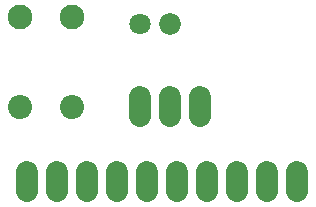
<source format=gbs>
G75*
%MOIN*%
%OFA0B0*%
%FSLAX25Y25*%
%IPPOS*%
%LPD*%
%AMOC8*
5,1,8,0,0,1.08239X$1,22.5*
%
%ADD10C,0.08062*%
%ADD11C,0.08246*%
%ADD12C,0.07071*%
%ADD13C,0.07211*%
%ADD14C,0.07200*%
D10*
X0011000Y0036000D03*
X0028500Y0036000D03*
D11*
X0028500Y0066000D03*
X0011000Y0066000D03*
D12*
X0051000Y0063500D03*
D13*
X0061000Y0063500D03*
D14*
X0013500Y0014200D02*
X0013500Y0007800D01*
X0023500Y0007800D02*
X0023500Y0014200D01*
X0033500Y0014200D02*
X0033500Y0007800D01*
X0043500Y0007800D02*
X0043500Y0014200D01*
X0053500Y0014200D02*
X0053500Y0007800D01*
X0063500Y0007800D02*
X0063500Y0014200D01*
X0073500Y0014200D02*
X0073500Y0007800D01*
X0083500Y0007800D02*
X0083500Y0014200D01*
X0093500Y0014200D02*
X0093500Y0007800D01*
X0103500Y0007800D02*
X0103500Y0014200D01*
X0071000Y0032800D02*
X0071000Y0039200D01*
X0061000Y0039200D02*
X0061000Y0032800D01*
X0051000Y0032800D02*
X0051000Y0039200D01*
M02*

</source>
